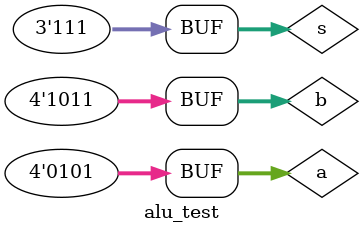
<source format=v>
module alu_test;

	// Inputs
	reg [3:0] a;
	reg [3:0] b;
	reg [2:0] s;

	// Outputs
	wire [7:0] y;

	// Instantiate the Unit Under Test (UUT)
	alu uut (
		.a(a), 
		.b(b), 
		.s(s), 
		.y(y)
	);

	initial begin
		// Initialize Inputs
		a = 0;
		b = 0;
		s = 0;

		// Wait 100 ns for global reset to finish
		a = 4'b1001;b = 4'b0011;s = 3'b000;

		// Wait 100 ns for global reset to finish
		#100 a = 4'b1101;b = 4'b1011;s = 3'b001;
		#100 a = 4'b1001;b = 4'b0111;s = 3'b010;
		#100 a = 4'b0101;b = 4'b1011;s = 3'b011;
		#100 a = 4'b1001;b = 4'b0111;s = 3'b100;
		#100 a = 4'b1010;b = 4'b1011;s = 3'b101;
		#100 a = 4'b1010;b = 4'b0111;s = 3'b110;
		#100 a = 4'b0101;b = 4'b1011;s = 3'b111;
	      
		// Add stimulus here

	end
      
endmodule


</source>
